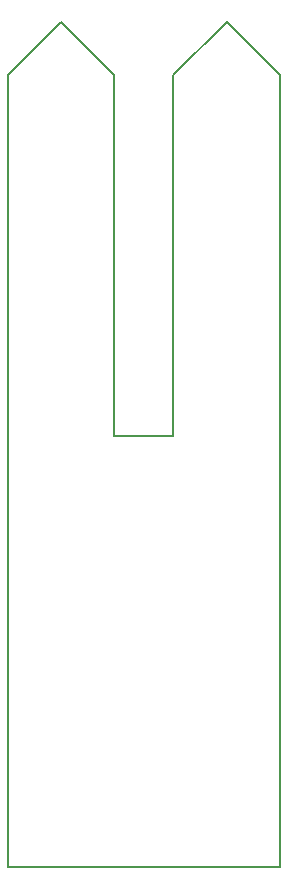
<source format=gbr>
G04 #@! TF.GenerationSoftware,KiCad,Pcbnew,5.0.0*
G04 #@! TF.CreationDate,2018-12-05T22:45:07-02:00*
G04 #@! TF.ProjectId,Soil Moisture Sensor,536F696C204D6F697374757265205365,rev?*
G04 #@! TF.SameCoordinates,PX802e2cfPY72af761*
G04 #@! TF.FileFunction,Profile,NP*
%FSLAX46Y46*%
G04 Gerber Fmt 4.6, Leading zero omitted, Abs format (unit mm)*
G04 Created by KiCad (PCBNEW 5.0.0) date Wed Dec  5 22:45:07 2018*
%MOMM*%
%LPD*%
G01*
G04 APERTURE LIST*
%ADD10C,0.150000*%
%ADD11C,0.200000*%
G04 APERTURE END LIST*
D10*
X22000000Y-1000000D02*
X-1000000Y-1000000D01*
X22000000Y66000000D02*
X22000000Y-1000000D01*
X17500000Y70500000D02*
X22000000Y66000000D01*
X13000000Y66000000D02*
X17500000Y70500000D01*
X13000000Y35500000D02*
X13000000Y66000000D01*
X8000000Y35500000D02*
X13000000Y35500000D01*
X8000000Y66000000D02*
X8000000Y35500000D01*
X3500000Y70500000D02*
X8000000Y66000000D01*
X-1000000Y66000000D02*
X3500000Y70500000D01*
X-1000000Y16000000D02*
X-1000000Y66000000D01*
D11*
X-1000000Y-1000000D02*
X-1000000Y16000000D01*
M02*

</source>
